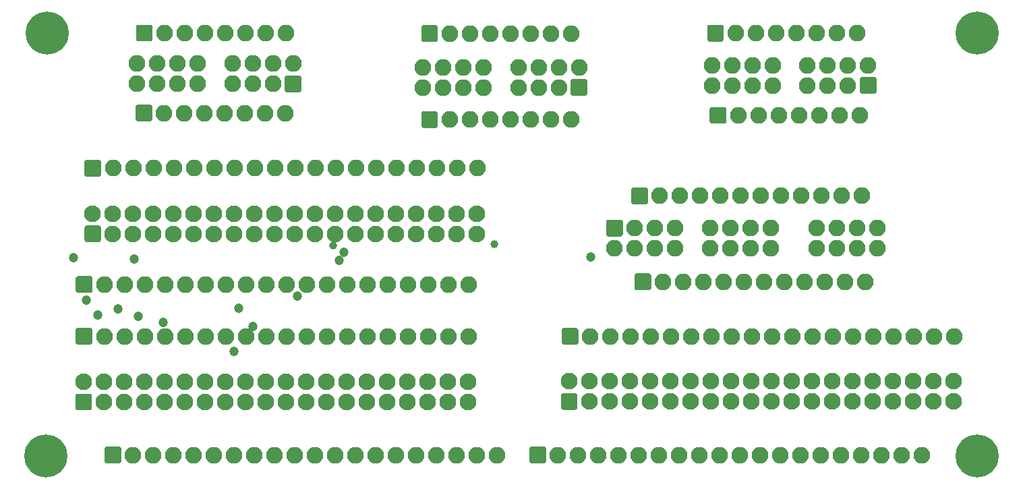
<source format=gbr>
G04 #@! TF.GenerationSoftware,KiCad,Pcbnew,5.1.7-a382d34a88~90~ubuntu20.04.1*
G04 #@! TF.CreationDate,2022-01-05T08:02:03-06:00*
G04 #@! TF.ProjectId,open-dash-daughterboard,6f70656e-2d64-4617-9368-2d6461756768,rev?*
G04 #@! TF.SameCoordinates,Original*
G04 #@! TF.FileFunction,Soldermask,Top*
G04 #@! TF.FilePolarity,Negative*
%FSLAX46Y46*%
G04 Gerber Fmt 4.6, Leading zero omitted, Abs format (unit mm)*
G04 Created by KiCad (PCBNEW 5.1.7-a382d34a88~90~ubuntu20.04.1) date 2022-01-05 08:02:03*
%MOMM*%
%LPD*%
G01*
G04 APERTURE LIST*
%ADD10C,2.100000*%
%ADD11C,5.400000*%
%ADD12O,2.100000X2.100000*%
%ADD13C,1.200000*%
%ADD14C,1.000000*%
G04 APERTURE END LIST*
D10*
X146400000Y-172510000D03*
X143860000Y-172510000D03*
X141320000Y-172510000D03*
X138780000Y-172510000D03*
X136240000Y-172510000D03*
X133700000Y-172510000D03*
X131160000Y-172510000D03*
X128620000Y-172510000D03*
X126080000Y-172510000D03*
X123540000Y-172510000D03*
X121000000Y-172510000D03*
X118460000Y-172510000D03*
X115920000Y-172510000D03*
X113380000Y-172510000D03*
X110840000Y-172510000D03*
X108300000Y-172510000D03*
X105760000Y-172510000D03*
X103220000Y-172510000D03*
X100680000Y-172510000D03*
X98140000Y-172510000D03*
X146400000Y-175050000D03*
X143860000Y-175050000D03*
X141320000Y-175050000D03*
X138780000Y-175050000D03*
X136240000Y-175050000D03*
X133700000Y-175050000D03*
X131160000Y-175050000D03*
X128620000Y-175050000D03*
X126080000Y-175050000D03*
X123540000Y-175050000D03*
X121000000Y-175050000D03*
X118460000Y-175050000D03*
X115920000Y-175050000D03*
X113380000Y-175050000D03*
X110840000Y-175050000D03*
X108300000Y-175050000D03*
X105760000Y-175050000D03*
X103220000Y-175050000D03*
X100680000Y-175050000D03*
G36*
G01*
X98881177Y-176100000D02*
X97398823Y-176100000D01*
G75*
G02*
X97090000Y-175791177I0J308823D01*
G01*
X97090000Y-174308823D01*
G75*
G02*
X97398823Y-174000000I308823J0D01*
G01*
X98881177Y-174000000D01*
G75*
G02*
X99190000Y-174308823I0J-308823D01*
G01*
X99190000Y-175791177D01*
G75*
G02*
X98881177Y-176100000I-308823J0D01*
G01*
G37*
X206220000Y-193560000D03*
X203680000Y-193560000D03*
X201140000Y-193560000D03*
X198600000Y-193560000D03*
X196060000Y-193560000D03*
X193520000Y-193560000D03*
X190980000Y-193560000D03*
X188440000Y-193560000D03*
X185900000Y-193560000D03*
X183360000Y-193560000D03*
X180820000Y-193560000D03*
X178280000Y-193560000D03*
X175740000Y-193560000D03*
X173200000Y-193560000D03*
X170660000Y-193560000D03*
X168120000Y-193560000D03*
X165580000Y-193560000D03*
X163040000Y-193560000D03*
X160500000Y-193560000D03*
X157960000Y-193560000D03*
X206220000Y-196100000D03*
X203680000Y-196100000D03*
X201140000Y-196100000D03*
X198600000Y-196100000D03*
X196060000Y-196100000D03*
X193520000Y-196100000D03*
X190980000Y-196100000D03*
X188440000Y-196100000D03*
X185900000Y-196100000D03*
X183360000Y-196100000D03*
X180820000Y-196100000D03*
X178280000Y-196100000D03*
X175740000Y-196100000D03*
X173200000Y-196100000D03*
X170660000Y-196100000D03*
X168120000Y-196100000D03*
X165580000Y-196100000D03*
X163040000Y-196100000D03*
X160500000Y-196100000D03*
G36*
G01*
X158701177Y-197150000D02*
X157218823Y-197150000D01*
G75*
G02*
X156910000Y-196841177I0J308823D01*
G01*
X156910000Y-195358823D01*
G75*
G02*
X157218823Y-195050000I308823J0D01*
G01*
X158701177Y-195050000D01*
G75*
G02*
X159010000Y-195358823I0J-308823D01*
G01*
X159010000Y-196841177D01*
G75*
G02*
X158701177Y-197150000I-308823J0D01*
G01*
G37*
X145260000Y-193620000D03*
X142720000Y-193620000D03*
X140180000Y-193620000D03*
X137640000Y-193620000D03*
X135100000Y-193620000D03*
X132560000Y-193620000D03*
X130020000Y-193620000D03*
X127480000Y-193620000D03*
X124940000Y-193620000D03*
X122400000Y-193620000D03*
X119860000Y-193620000D03*
X117320000Y-193620000D03*
X114780000Y-193620000D03*
X112240000Y-193620000D03*
X109700000Y-193620000D03*
X107160000Y-193620000D03*
X104620000Y-193620000D03*
X102080000Y-193620000D03*
X99540000Y-193620000D03*
X97000000Y-193620000D03*
X145260000Y-196160000D03*
X142720000Y-196160000D03*
X140180000Y-196160000D03*
X137640000Y-196160000D03*
X135100000Y-196160000D03*
X132560000Y-196160000D03*
X130020000Y-196160000D03*
X127480000Y-196160000D03*
X124940000Y-196160000D03*
X122400000Y-196160000D03*
X119860000Y-196160000D03*
X117320000Y-196160000D03*
X114780000Y-196160000D03*
X112240000Y-196160000D03*
X109700000Y-196160000D03*
X107160000Y-196160000D03*
X104620000Y-196160000D03*
X102080000Y-196160000D03*
X99540000Y-196160000D03*
G36*
G01*
X97741177Y-197210000D02*
X96258823Y-197210000D01*
G75*
G02*
X95950000Y-196901177I0J308823D01*
G01*
X95950000Y-195418823D01*
G75*
G02*
X96258823Y-195110000I308823J0D01*
G01*
X97741177Y-195110000D01*
G75*
G02*
X98050000Y-195418823I0J-308823D01*
G01*
X98050000Y-196901177D01*
G75*
G02*
X97741177Y-197210000I-308823J0D01*
G01*
G37*
D11*
X92260000Y-202920000D03*
X209160000Y-149820000D03*
X92460000Y-149820000D03*
X209160000Y-202920000D03*
D12*
X195140000Y-181070000D03*
X192600000Y-181070000D03*
X190060000Y-181070000D03*
X187520000Y-181070000D03*
X184980000Y-181070000D03*
X182440000Y-181070000D03*
X179900000Y-181070000D03*
X177360000Y-181070000D03*
X174820000Y-181070000D03*
X172280000Y-181070000D03*
X169740000Y-181070000D03*
G36*
G01*
X168050000Y-182120000D02*
X166350000Y-182120000D01*
G75*
G02*
X166150000Y-181920000I0J200000D01*
G01*
X166150000Y-180220000D01*
G75*
G02*
X166350000Y-180020000I200000J0D01*
G01*
X168050000Y-180020000D01*
G75*
G02*
X168250000Y-180220000I0J-200000D01*
G01*
X168250000Y-181920000D01*
G75*
G02*
X168050000Y-182120000I-200000J0D01*
G01*
G37*
X189000000Y-176870000D03*
X191540000Y-174330000D03*
X196620000Y-176870000D03*
X189000000Y-174330000D03*
X194080000Y-176870000D03*
X196620000Y-174330000D03*
X191540000Y-176870000D03*
X194080000Y-174330000D03*
G36*
G01*
X162800000Y-173280000D02*
X164500000Y-173280000D01*
G75*
G02*
X164700000Y-173480000I0J-200000D01*
G01*
X164700000Y-175180000D01*
G75*
G02*
X164500000Y-175380000I-200000J0D01*
G01*
X162800000Y-175380000D01*
G75*
G02*
X162600000Y-175180000I0J200000D01*
G01*
X162600000Y-173480000D01*
G75*
G02*
X162800000Y-173280000I200000J0D01*
G01*
G37*
X163650000Y-176870000D03*
X166190000Y-174330000D03*
X166190000Y-176870000D03*
X168730000Y-174330000D03*
X168730000Y-176870000D03*
X171270000Y-174330000D03*
X171270000Y-176870000D03*
X175650000Y-174330000D03*
X175650000Y-176870000D03*
X178190000Y-174330000D03*
X178190000Y-176870000D03*
X180730000Y-174330000D03*
X180730000Y-176870000D03*
X183270000Y-174330000D03*
X183270000Y-176870000D03*
X194740000Y-170270000D03*
X192200000Y-170270000D03*
X189660000Y-170270000D03*
X187120000Y-170270000D03*
X184580000Y-170270000D03*
X182040000Y-170270000D03*
X179500000Y-170270000D03*
X176960000Y-170270000D03*
X174420000Y-170270000D03*
X171880000Y-170270000D03*
X169340000Y-170270000D03*
G36*
G01*
X167650000Y-171320000D02*
X165950000Y-171320000D01*
G75*
G02*
X165750000Y-171120000I0J200000D01*
G01*
X165750000Y-169420000D01*
G75*
G02*
X165950000Y-169220000I200000J0D01*
G01*
X167650000Y-169220000D01*
G75*
G02*
X167850000Y-169420000I0J-200000D01*
G01*
X167850000Y-171120000D01*
G75*
G02*
X167650000Y-171320000I-200000J0D01*
G01*
G37*
X146420000Y-166820000D03*
X143880000Y-166820000D03*
X141340000Y-166820000D03*
X138800000Y-166820000D03*
X136260000Y-166820000D03*
X133720000Y-166820000D03*
X131180000Y-166820000D03*
X128640000Y-166820000D03*
X126100000Y-166820000D03*
X123560000Y-166820000D03*
X121020000Y-166820000D03*
X118480000Y-166820000D03*
X115940000Y-166820000D03*
X113400000Y-166820000D03*
X110860000Y-166820000D03*
X108320000Y-166820000D03*
X105780000Y-166820000D03*
X103240000Y-166820000D03*
X100700000Y-166820000D03*
G36*
G01*
X99010000Y-167870000D02*
X97310000Y-167870000D01*
G75*
G02*
X97110000Y-167670000I0J200000D01*
G01*
X97110000Y-165970000D01*
G75*
G02*
X97310000Y-165770000I200000J0D01*
G01*
X99010000Y-165770000D01*
G75*
G02*
X99210000Y-165970000I0J-200000D01*
G01*
X99210000Y-167670000D01*
G75*
G02*
X99010000Y-167870000I-200000J0D01*
G01*
G37*
X145320000Y-181420000D03*
X142780000Y-181420000D03*
X140240000Y-181420000D03*
X137700000Y-181420000D03*
X135160000Y-181420000D03*
X132620000Y-181420000D03*
X130080000Y-181420000D03*
X127540000Y-181420000D03*
X125000000Y-181420000D03*
X122460000Y-181420000D03*
X119920000Y-181420000D03*
X117380000Y-181420000D03*
X114840000Y-181420000D03*
X112300000Y-181420000D03*
X109760000Y-181420000D03*
X107220000Y-181420000D03*
X104680000Y-181420000D03*
X102140000Y-181420000D03*
X99600000Y-181420000D03*
G36*
G01*
X97910000Y-182470000D02*
X96210000Y-182470000D01*
G75*
G02*
X96010000Y-182270000I0J200000D01*
G01*
X96010000Y-180570000D01*
G75*
G02*
X96210000Y-180370000I200000J0D01*
G01*
X97910000Y-180370000D01*
G75*
G02*
X98110000Y-180570000I0J-200000D01*
G01*
X98110000Y-182270000D01*
G75*
G02*
X97910000Y-182470000I-200000J0D01*
G01*
G37*
X194120000Y-149875000D03*
X191580000Y-149875000D03*
X189040000Y-149875000D03*
X186500000Y-149875000D03*
X183960000Y-149875000D03*
X181420000Y-149875000D03*
X178880000Y-149875000D03*
G36*
G01*
X177190000Y-150925000D02*
X175490000Y-150925000D01*
G75*
G02*
X175290000Y-150725000I0J200000D01*
G01*
X175290000Y-149025000D01*
G75*
G02*
X175490000Y-148825000I200000J0D01*
G01*
X177190000Y-148825000D01*
G75*
G02*
X177390000Y-149025000I0J-200000D01*
G01*
X177390000Y-150725000D01*
G75*
G02*
X177190000Y-150925000I-200000J0D01*
G01*
G37*
X175890000Y-153895000D03*
X175890000Y-156435000D03*
X178430000Y-153895000D03*
X178430000Y-156435000D03*
X180970000Y-153895000D03*
X180970000Y-156435000D03*
X183510000Y-153895000D03*
X183510000Y-156435000D03*
X187890000Y-153895000D03*
X187890000Y-156435000D03*
X190430000Y-153895000D03*
X190430000Y-156435000D03*
X192970000Y-153895000D03*
X192970000Y-156435000D03*
X195510000Y-153895000D03*
G36*
G01*
X196360000Y-157485000D02*
X194660000Y-157485000D01*
G75*
G02*
X194460000Y-157285000I0J200000D01*
G01*
X194460000Y-155585000D01*
G75*
G02*
X194660000Y-155385000I200000J0D01*
G01*
X196360000Y-155385000D01*
G75*
G02*
X196560000Y-155585000I0J-200000D01*
G01*
X196560000Y-157285000D01*
G75*
G02*
X196360000Y-157485000I-200000J0D01*
G01*
G37*
X194420000Y-160175000D03*
X191880000Y-160175000D03*
X189340000Y-160175000D03*
X186800000Y-160175000D03*
X184260000Y-160175000D03*
X181720000Y-160175000D03*
X179180000Y-160175000D03*
G36*
G01*
X177490000Y-161225000D02*
X175790000Y-161225000D01*
G75*
G02*
X175590000Y-161025000I0J200000D01*
G01*
X175590000Y-159325000D01*
G75*
G02*
X175790000Y-159125000I200000J0D01*
G01*
X177490000Y-159125000D01*
G75*
G02*
X177690000Y-159325000I0J-200000D01*
G01*
X177690000Y-161025000D01*
G75*
G02*
X177490000Y-161225000I-200000J0D01*
G01*
G37*
X202280000Y-202820000D03*
X199740000Y-202820000D03*
X197200000Y-202820000D03*
X194660000Y-202820000D03*
X192120000Y-202820000D03*
X189580000Y-202820000D03*
X187040000Y-202820000D03*
X184500000Y-202820000D03*
X181960000Y-202820000D03*
X179420000Y-202820000D03*
X176880000Y-202820000D03*
X174340000Y-202820000D03*
X171800000Y-202820000D03*
X169260000Y-202820000D03*
X166720000Y-202820000D03*
X164180000Y-202820000D03*
X161640000Y-202820000D03*
X159100000Y-202820000D03*
X156560000Y-202820000D03*
G36*
G01*
X154870000Y-203870000D02*
X153170000Y-203870000D01*
G75*
G02*
X152970000Y-203670000I0J200000D01*
G01*
X152970000Y-201970000D01*
G75*
G02*
X153170000Y-201770000I200000J0D01*
G01*
X154870000Y-201770000D01*
G75*
G02*
X155070000Y-201970000I0J-200000D01*
G01*
X155070000Y-203670000D01*
G75*
G02*
X154870000Y-203870000I-200000J0D01*
G01*
G37*
X206320000Y-187920000D03*
X203780000Y-187920000D03*
X201240000Y-187920000D03*
X198700000Y-187920000D03*
X196160000Y-187920000D03*
X193620000Y-187920000D03*
X191080000Y-187920000D03*
X188540000Y-187920000D03*
X186000000Y-187920000D03*
X183460000Y-187920000D03*
X180920000Y-187920000D03*
X178380000Y-187920000D03*
X175840000Y-187920000D03*
X173300000Y-187920000D03*
X170760000Y-187920000D03*
X168220000Y-187920000D03*
X165680000Y-187920000D03*
X163140000Y-187920000D03*
X160600000Y-187920000D03*
G36*
G01*
X158910000Y-188970000D02*
X157210000Y-188970000D01*
G75*
G02*
X157010000Y-188770000I0J200000D01*
G01*
X157010000Y-187070000D01*
G75*
G02*
X157210000Y-186870000I200000J0D01*
G01*
X158910000Y-186870000D01*
G75*
G02*
X159110000Y-187070000I0J-200000D01*
G01*
X159110000Y-188770000D01*
G75*
G02*
X158910000Y-188970000I-200000J0D01*
G01*
G37*
X122400000Y-149850000D03*
X119860000Y-149850000D03*
X117320000Y-149850000D03*
X114780000Y-149850000D03*
X112240000Y-149850000D03*
X109700000Y-149850000D03*
X107160000Y-149850000D03*
G36*
G01*
X105470000Y-150900000D02*
X103770000Y-150900000D01*
G75*
G02*
X103570000Y-150700000I0J200000D01*
G01*
X103570000Y-149000000D01*
G75*
G02*
X103770000Y-148800000I200000J0D01*
G01*
X105470000Y-148800000D01*
G75*
G02*
X105670000Y-149000000I0J-200000D01*
G01*
X105670000Y-150700000D01*
G75*
G02*
X105470000Y-150900000I-200000J0D01*
G01*
G37*
X103700000Y-153700000D03*
X103700000Y-156240000D03*
X106240000Y-153700000D03*
X106240000Y-156240000D03*
X108780000Y-153700000D03*
X108780000Y-156240000D03*
X111320000Y-153700000D03*
X111320000Y-156240000D03*
X115700000Y-153700000D03*
X115700000Y-156240000D03*
X118240000Y-153700000D03*
X118240000Y-156240000D03*
X120780000Y-153700000D03*
X120780000Y-156240000D03*
X123320000Y-153700000D03*
G36*
G01*
X124170000Y-157290000D02*
X122470000Y-157290000D01*
G75*
G02*
X122270000Y-157090000I0J200000D01*
G01*
X122270000Y-155390000D01*
G75*
G02*
X122470000Y-155190000I200000J0D01*
G01*
X124170000Y-155190000D01*
G75*
G02*
X124370000Y-155390000I0J-200000D01*
G01*
X124370000Y-157090000D01*
G75*
G02*
X124170000Y-157290000I-200000J0D01*
G01*
G37*
X122350000Y-159890000D03*
X119810000Y-159890000D03*
X117270000Y-159890000D03*
X114730000Y-159890000D03*
X112190000Y-159890000D03*
X109650000Y-159890000D03*
X107110000Y-159890000D03*
G36*
G01*
X105420000Y-160940000D02*
X103720000Y-160940000D01*
G75*
G02*
X103520000Y-160740000I0J200000D01*
G01*
X103520000Y-159040000D01*
G75*
G02*
X103720000Y-158840000I200000J0D01*
G01*
X105420000Y-158840000D01*
G75*
G02*
X105620000Y-159040000I0J-200000D01*
G01*
X105620000Y-160740000D01*
G75*
G02*
X105420000Y-160940000I-200000J0D01*
G01*
G37*
X145320000Y-187920000D03*
X142780000Y-187920000D03*
X140240000Y-187920000D03*
X137700000Y-187920000D03*
X135160000Y-187920000D03*
X132620000Y-187920000D03*
X130080000Y-187920000D03*
X127540000Y-187920000D03*
X125000000Y-187920000D03*
X122460000Y-187920000D03*
X119920000Y-187920000D03*
X117380000Y-187920000D03*
X114840000Y-187920000D03*
X112300000Y-187920000D03*
X109760000Y-187920000D03*
X107220000Y-187920000D03*
X104680000Y-187920000D03*
X102140000Y-187920000D03*
X99600000Y-187920000D03*
G36*
G01*
X97910000Y-188970000D02*
X96210000Y-188970000D01*
G75*
G02*
X96010000Y-188770000I0J200000D01*
G01*
X96010000Y-187070000D01*
G75*
G02*
X96210000Y-186870000I200000J0D01*
G01*
X97910000Y-186870000D01*
G75*
G02*
X98110000Y-187070000I0J-200000D01*
G01*
X98110000Y-188770000D01*
G75*
G02*
X97910000Y-188970000I-200000J0D01*
G01*
G37*
X148920000Y-202820000D03*
X146380000Y-202820000D03*
X143840000Y-202820000D03*
X141300000Y-202820000D03*
X138760000Y-202820000D03*
X136220000Y-202820000D03*
X133680000Y-202820000D03*
X131140000Y-202820000D03*
X128600000Y-202820000D03*
X126060000Y-202820000D03*
X123520000Y-202820000D03*
X120980000Y-202820000D03*
X118440000Y-202820000D03*
X115900000Y-202820000D03*
X113360000Y-202820000D03*
X110820000Y-202820000D03*
X108280000Y-202820000D03*
X105740000Y-202820000D03*
X103200000Y-202820000D03*
G36*
G01*
X101510000Y-203870000D02*
X99810000Y-203870000D01*
G75*
G02*
X99610000Y-203670000I0J200000D01*
G01*
X99610000Y-201970000D01*
G75*
G02*
X99810000Y-201770000I200000J0D01*
G01*
X101510000Y-201770000D01*
G75*
G02*
X101710000Y-201970000I0J-200000D01*
G01*
X101710000Y-203670000D01*
G75*
G02*
X101510000Y-203870000I-200000J0D01*
G01*
G37*
X158210000Y-149920000D03*
X155670000Y-149920000D03*
X153130000Y-149920000D03*
X150590000Y-149920000D03*
X148050000Y-149920000D03*
X145510000Y-149920000D03*
X142970000Y-149920000D03*
G36*
G01*
X141280000Y-150970000D02*
X139580000Y-150970000D01*
G75*
G02*
X139380000Y-150770000I0J200000D01*
G01*
X139380000Y-149070000D01*
G75*
G02*
X139580000Y-148870000I200000J0D01*
G01*
X141280000Y-148870000D01*
G75*
G02*
X141480000Y-149070000I0J-200000D01*
G01*
X141480000Y-150770000D01*
G75*
G02*
X141280000Y-150970000I-200000J0D01*
G01*
G37*
X139570000Y-154130000D03*
X139570000Y-156670000D03*
X142110000Y-154130000D03*
X142110000Y-156670000D03*
X144650000Y-154130000D03*
X144650000Y-156670000D03*
X147190000Y-154130000D03*
X147190000Y-156670000D03*
X151570000Y-154130000D03*
X151570000Y-156670000D03*
X154110000Y-154130000D03*
X154110000Y-156670000D03*
X156650000Y-154130000D03*
X156650000Y-156670000D03*
X159190000Y-154130000D03*
G36*
G01*
X160040000Y-157720000D02*
X158340000Y-157720000D01*
G75*
G02*
X158140000Y-157520000I0J200000D01*
G01*
X158140000Y-155820000D01*
G75*
G02*
X158340000Y-155620000I200000J0D01*
G01*
X160040000Y-155620000D01*
G75*
G02*
X160240000Y-155820000I0J-200000D01*
G01*
X160240000Y-157520000D01*
G75*
G02*
X160040000Y-157720000I-200000J0D01*
G01*
G37*
X158210000Y-160720000D03*
X155670000Y-160720000D03*
X153130000Y-160720000D03*
X150590000Y-160720000D03*
X148050000Y-160720000D03*
X145510000Y-160720000D03*
X142970000Y-160720000D03*
G36*
G01*
X141280000Y-161770000D02*
X139580000Y-161770000D01*
G75*
G02*
X139380000Y-161570000I0J200000D01*
G01*
X139380000Y-159870000D01*
G75*
G02*
X139580000Y-159670000I200000J0D01*
G01*
X141280000Y-159670000D01*
G75*
G02*
X141480000Y-159870000I0J-200000D01*
G01*
X141480000Y-161570000D01*
G75*
G02*
X141280000Y-161770000I-200000J0D01*
G01*
G37*
D13*
X103350000Y-178210000D03*
X129120000Y-178400000D03*
X129640000Y-177350010D03*
X123841888Y-182855475D03*
X160640000Y-177930000D03*
X95760000Y-178020000D03*
X116437084Y-184409017D03*
X103860000Y-185380000D03*
X98820000Y-185280000D03*
X101310000Y-184460000D03*
X115840000Y-189770000D03*
X97300000Y-183410000D03*
X106970000Y-186160021D03*
X118211376Y-186647200D03*
D14*
X128350000Y-176500000D03*
X148525000Y-176375000D03*
M02*

</source>
